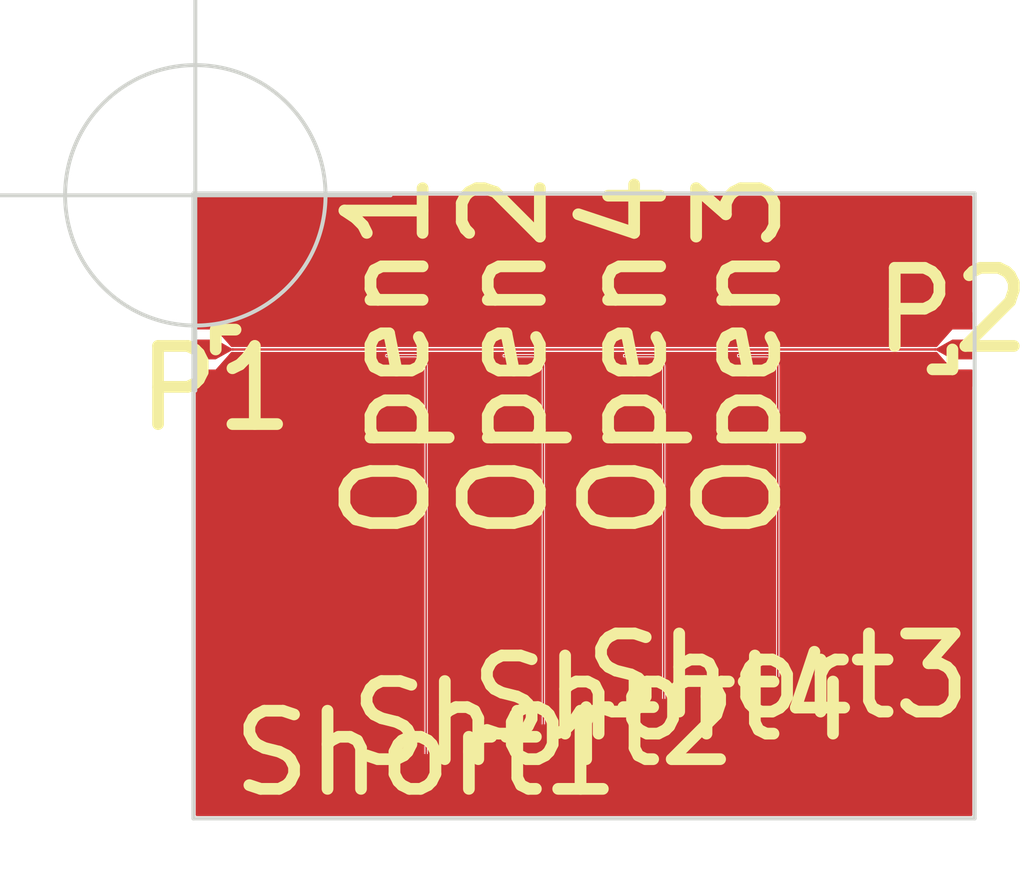
<source format=kicad_pcb>
(kicad_pcb (version 20171130) (host pcbnew 5.1.5-52549c5~84~ubuntu18.04.1)

  (general
    (thickness 0.5)
    (drawings 5)
    (tracks 123)
    (zones 0)
    (modules 10)
    (nets 7)
  )

  (page A4)
  (layers
    (0 F.Cu signal)
    (31 B.Cu power)
    (32 B.Adhes user)
    (33 F.Adhes user hide)
    (34 B.Paste user hide)
    (35 F.Paste user)
    (36 B.SilkS user hide)
    (37 F.SilkS user hide)
    (38 B.Mask user hide)
    (39 F.Mask user hide)
    (40 Dwgs.User user hide)
    (41 Cmts.User user)
    (42 Eco1.User user hide)
    (43 Eco2.User user)
    (44 Edge.Cuts user)
    (45 Margin user)
    (46 B.CrtYd user)
    (47 F.CrtYd user)
    (48 B.Fab user)
    (49 F.Fab user hide)
  )

  (setup
    (last_trace_width 0.001)
    (user_trace_width 0.005)
    (user_trace_width 0.01)
    (user_trace_width 0.02)
    (user_trace_width 0.03)
    (trace_clearance 0.001)
    (zone_clearance 0.005)
    (zone_45_only no)
    (trace_min 0.0001)
    (via_size 0.8)
    (via_drill 0.4)
    (via_min_size 0.4)
    (via_min_drill 0.3)
    (uvia_size 0.3)
    (uvia_drill 0.1)
    (uvias_allowed no)
    (uvia_min_size 0.2)
    (uvia_min_drill 0.1)
    (edge_width 0.05)
    (segment_width 0.2)
    (pcb_text_width 0.3)
    (pcb_text_size 1.5 1.5)
    (mod_edge_width 0.12)
    (mod_text_size 1 1)
    (mod_text_width 0.15)
    (pad_size 0.03 0.03)
    (pad_drill 0)
    (pad_to_mask_clearance 0.00001)
    (solder_mask_min_width 0.00025)
    (aux_axis_origin 0 0)
    (grid_origin 148.025 104.025)
    (visible_elements FFFFFF7F)
    (pcbplotparams
      (layerselection 0x01000_ffffffff)
      (usegerberextensions false)
      (usegerberattributes false)
      (usegerberadvancedattributes false)
      (creategerberjobfile false)
      (excludeedgelayer true)
      (linewidth 0.100000)
      (plotframeref false)
      (viasonmask false)
      (mode 1)
      (useauxorigin false)
      (hpglpennumber 1)
      (hpglpenspeed 20)
      (hpglpendiameter 15.000000)
      (psnegative false)
      (psa4output false)
      (plotreference true)
      (plotvalue true)
      (plotinvisibletext false)
      (padsonsilk false)
      (subtractmaskfromsilk false)
      (outputformat 1)
      (mirror false)
      (drillshape 0)
      (scaleselection 1)
      (outputdirectory "GERBERS_Resonator_Coupler/"))
  )

  (net 0 "")
  (net 1 GND)
  (net 2 "Net-(Open1-Pad1)")
  (net 3 "Net-(P1-Pad2)")
  (net 4 "Net-(Open2-Pad1)")
  (net 5 "Net-(Open3-Pad1)")
  (net 6 "Net-(Open4-Pad1)")

  (net_class Default "This is the default net class."
    (clearance 0.001)
    (trace_width 0.001)
    (via_dia 0.8)
    (via_drill 0.4)
    (uvia_dia 0.3)
    (uvia_drill 0.1)
    (add_net GND)
  )

  (net_class Z0 ""
    (clearance 0.017)
    (trace_width 0.03)
    (via_dia 0.8)
    (via_drill 0.4)
    (uvia_dia 0.3)
    (uvia_drill 0.1)
    (add_net "Net-(P1-Pad2)")
  )

  (net_class Zr ""
    (clearance 0.011)
    (trace_width 0.02)
    (via_dia 0.8)
    (via_drill 0.4)
    (uvia_dia 0.3)
    (uvia_drill 0.1)
    (add_net "Net-(Open1-Pad1)")
    (add_net "Net-(Open2-Pad1)")
    (add_net "Net-(Open3-Pad1)")
    (add_net "Net-(Open4-Pad1)")
  )

  (module Battery:Short_CPW_20um (layer F.Cu) (tedit 5E98CF63) (tstamp 5E9B3B4F)
    (at 154.02 110.46)
    (path /5E9A66A3)
    (fp_text reference Short4 (at 0 0) (layer F.SilkS)
      (effects (font (size 1 1) (thickness 0.15)))
    )
    (fp_text value ShortCPW20 (at 0 -0.5) (layer F.Fab)
      (effects (font (size 1 1) (thickness 0.15)))
    )
    (pad 2 smd rect (at 0 0.03) (size 0.042 0.042) (layers F.Cu F.Paste F.Mask)
      (net 1 GND))
    (pad 1 smd rect (at 0 0) (size 0.02 0.02) (layers F.Cu F.Paste F.Mask)
      (net 6 "Net-(Open4-Pad1)"))
  )

  (module Battery:Short_CPW_20um (layer F.Cu) (tedit 5E98CF63) (tstamp 5E9B3C6C)
    (at 155.48 110.178)
    (path /5E9A73A0)
    (fp_text reference Short3 (at 0 0) (layer F.SilkS)
      (effects (font (size 1 1) (thickness 0.15)))
    )
    (fp_text value ShortCPW20 (at 0 -0.5) (layer F.Fab)
      (effects (font (size 1 1) (thickness 0.15)))
    )
    (pad 2 smd rect (at 0 0.03) (size 0.042 0.042) (layers F.Cu F.Paste F.Mask)
      (net 1 GND))
    (pad 1 smd rect (at 0 0) (size 0.02 0.02) (layers F.Cu F.Paste F.Mask)
      (net 5 "Net-(Open3-Pad1)"))
  )

  (module Battery:Short_CPW_20um (layer F.Cu) (tedit 5E98CF63) (tstamp 5E9B3C7B)
    (at 152.48 110.787)
    (path /5E9A7972)
    (fp_text reference Short2 (at 0 0) (layer F.SilkS)
      (effects (font (size 1 1) (thickness 0.15)))
    )
    (fp_text value ShortCPW20 (at 0 -0.5) (layer F.Fab)
      (effects (font (size 1 1) (thickness 0.15)))
    )
    (pad 2 smd rect (at 0 0.03) (size 0.042 0.042) (layers F.Cu F.Paste F.Mask)
      (net 1 GND))
    (pad 1 smd rect (at 0 0) (size 0.02 0.02) (layers F.Cu F.Paste F.Mask)
      (net 4 "Net-(Open2-Pad1)"))
  )

  (module Battery:Open_CPW_20um (layer F.Cu) (tedit 5E98CF95) (tstamp 5E9A32E3)
    (at 153.52 106.077 270)
    (path /5E9A66B0)
    (fp_text reference Open4 (at 0 0 90) (layer F.SilkS)
      (effects (font (size 1 1) (thickness 0.15)))
    )
    (fp_text value OpenCPW_20um (at 0 -0.5 90) (layer F.Fab)
      (effects (font (size 1 1) (thickness 0.15)))
    )
    (pad 2 smd rect (at 0 0.04 270) (size 0.02 0.02) (layers F.Cu F.Paste F.Mask)
      (net 1 GND))
    (pad 1 smd rect (at 0 0 270) (size 0.02 0.02) (layers F.Cu F.Paste F.Mask)
      (net 6 "Net-(Open4-Pad1)"))
  )

  (module Battery:Open_CPW_20um (layer F.Cu) (tedit 5E98CF95) (tstamp 5E9902DF)
    (at 154.98 106.077 270)
    (path /5E9A73AD)
    (fp_text reference Open3 (at 0 0 90) (layer F.SilkS)
      (effects (font (size 1 1) (thickness 0.15)))
    )
    (fp_text value OpenCPW_20um (at 0 -0.5 90) (layer F.Fab)
      (effects (font (size 1 1) (thickness 0.15)))
    )
    (pad 2 smd rect (at 0 0.04 270) (size 0.02 0.02) (layers F.Cu F.Paste F.Mask)
      (net 1 GND))
    (pad 1 smd rect (at 0 0 270) (size 0.02 0.02) (layers F.Cu F.Paste F.Mask)
      (net 5 "Net-(Open3-Pad1)"))
  )

  (module Battery:Open_CPW_20um (layer F.Cu) (tedit 5E98CF95) (tstamp 5E9902D0)
    (at 151.98 106.077 270)
    (path /5E9A797F)
    (zone_connect 2)
    (fp_text reference Open2 (at 0 0 90) (layer F.SilkS)
      (effects (font (size 1 1) (thickness 0.15)))
    )
    (fp_text value OpenCPW_20um (at 0 -0.5 90) (layer F.Fab)
      (effects (font (size 1 1) (thickness 0.15)))
    )
    (pad 2 smd rect (at 0 0.04 270) (size 0.02 0.02) (layers F.Cu F.Paste F.Mask)
      (net 1 GND) (zone_connect 2))
    (pad 1 smd rect (at 0 0 270) (size 0.02 0.02) (layers F.Cu F.Paste F.Mask)
      (net 4 "Net-(Open2-Pad1)") (zone_connect 2))
  )

  (module Battery:Pad_100um_Pitch_Silicon_50 (layer F.Cu) (tedit 5E98E30B) (tstamp 5E98D7A3)
    (at 148.286 105.998)
    (path /5E98FFEA)
    (clearance 0.0001)
    (fp_text reference P1 (at 0 0.5) (layer F.SilkS)
      (effects (font (size 1 1) (thickness 0.15)))
    )
    (fp_text value Pad_CPW_254u_50 (at 0 -0.5) (layer F.Fab)
      (effects (font (size 1 1) (thickness 0.15)))
    )
    (fp_line (start 0 -0.254) (end 0.254 -0.254) (layer F.SilkS) (width 0.15))
    (fp_line (start 0 0) (end 0 -0.254) (layer F.SilkS) (width 0.15))
    (pad 3 smd custom (at 0 -0.384) (size 0.03 0.03) (layers F.Cu F.Paste F.Mask)
      (net 1 GND) (clearance 0.001) (zone_connect 2)
      (options (clearance outline) (anchor rect))
      (primitives
        (gr_poly (pts
           (xy -0.254 0.127) (xy 0 0.127) (xy 0.2 0.352) (xy 0.23 0.352) (xy 0.23 -0.092)
           (xy -0.254 -0.092)) (width 0))
      ))
    (pad 2 smd rect (at 0.215 0) (size 0.03 0.03) (layers F.Cu)
      (net 3 "Net-(P1-Pad2)") (clearance 0.001) (zone_connect 0))
    (pad 4 smd custom (at 0 0.384) (size 0.03 0.03) (layers F.Cu F.Paste F.Mask)
      (net 1 GND) (zone_connect 2)
      (options (clearance outline) (anchor rect))
      (primitives
        (gr_poly (pts
           (xy -0.254 -0.127) (xy 0 -0.127) (xy 0.2 -0.352) (xy 0.23 -0.352) (xy 0.23 0.092)
           (xy -0.254 0.092)) (width 0))
      ))
    (pad 1 smd custom (at 0 0) (size 0.03 0.03) (layers F.Cu)
      (zone_connect 0)
      (options (clearance outline) (anchor rect))
      (primitives
        (gr_poly (pts
           (xy -0.254 0.127) (xy 0 0.127) (xy 0.2 0.015) (xy 0.2 -0.015) (xy 0 -0.127)
           (xy -0.254 -0.127)) (width 0))
      ))
  )

  (module Battery:Short_CPW_20um (layer F.Cu) (tedit 5E98CF63) (tstamp 5E98D616)
    (at 150.979 111.167)
    (path /5E999492)
    (fp_text reference Short1 (at 0 0) (layer F.SilkS)
      (effects (font (size 1 1) (thickness 0.15)))
    )
    (fp_text value ShortCPW20 (at 0 -0.5) (layer F.Fab)
      (effects (font (size 1 1) (thickness 0.15)))
    )
    (pad 2 smd rect (at 0 0.03) (size 0.042 0.042) (layers F.Cu F.Paste F.Mask)
      (net 1 GND))
    (pad 1 smd rect (at 0 0) (size 0.02 0.02) (layers F.Cu F.Paste F.Mask)
      (net 2 "Net-(Open1-Pad1)"))
  )

  (module Battery:Pad_100um_Pitch_Silicon_50 (layer F.Cu) (tedit 5E98DF97) (tstamp 5E9B3FD6)
    (at 157.715 105.998 180)
    (path /5E991218)
    (clearance 0.001)
    (zone_connect 2)
    (fp_text reference P2 (at 0 0.5) (layer F.SilkS)
      (effects (font (size 1 1) (thickness 0.15)))
    )
    (fp_text value Pad_CPW_254u_50 (at 0 -0.5) (layer F.Fab)
      (effects (font (size 1 1) (thickness 0.15)))
    )
    (fp_line (start 0 -0.254) (end 0.254 -0.254) (layer F.SilkS) (width 0.15))
    (fp_line (start 0 0) (end 0 -0.254) (layer F.SilkS) (width 0.15))
    (pad 4 smd custom (at 0 -0.384 180) (size 0.03 0.03) (layers *.Mask F.Cu F.Paste)
      (net 1 GND) (zone_connect 2)
      (options (clearance outline) (anchor rect))
      (primitives
        (gr_poly (pts
           (xy -0.254 0.127) (xy 0 0.127) (xy 0.2 0.352) (xy 0.23 0.352) (xy 0.23 -0.092)
           (xy -0.254 -0.092)) (width 0))
      ))
    (pad 2 smd rect (at 0.215 0 180) (size 0.03 0.03) (layers F.Cu F.Paste F.Mask)
      (net 3 "Net-(P1-Pad2)") (zone_connect 0))
    (pad 3 smd custom (at 0 0.384 180) (size 0.03 0.03) (layers F.Cu F.Paste F.Mask)
      (net 1 GND) (zone_connect 2)
      (options (clearance convexhull) (anchor rect))
      (primitives
        (gr_poly (pts
           (xy -0.254 -0.127) (xy 0 -0.127) (xy 0.2 -0.352) (xy 0.23 -0.352) (xy 0.23 0.092)
           (xy -0.254 0.092)) (width 0))
      ))
    (pad 1 smd custom (at 0 0 180) (size 0.03 0.03) (layers F.Cu F.Paste F.Mask)
      (zone_connect 0)
      (options (clearance outline) (anchor rect))
      (primitives
        (gr_poly (pts
           (xy -0.254 0.127) (xy 0 0.127) (xy 0.2 0.015) (xy 0.2 -0.015) (xy 0 -0.127)
           (xy -0.254 -0.127)) (width 0))
      ))
  )

  (module Battery:Open_CPW_20um (layer F.Cu) (tedit 5E98CF95) (tstamp 5E9B3B04)
    (at 150.479 106.077 270)
    (path /5E99A731)
    (fp_text reference Open1 (at 0 0 90) (layer F.SilkS)
      (effects (font (size 1 1) (thickness 0.15)))
    )
    (fp_text value OpenCPW_20um (at 0 -0.5 90) (layer F.Fab)
      (effects (font (size 1 1) (thickness 0.15)))
    )
    (pad 2 smd rect (at 0 0.04 270) (size 0.02 0.02) (layers F.Cu F.Paste F.Mask)
      (net 1 GND))
    (pad 1 smd rect (at 0 0 270) (size 0.02 0.02) (layers F.Cu F.Paste F.Mask)
      (net 2 "Net-(Open1-Pad1)"))
  )

  (target plus (at 148.025 104.025) (size 5) (width 0.05) (layer Edge.Cuts))
  (gr_line (start 158 104) (end 158 112) (layer Edge.Cuts) (width 0.05))
  (gr_line (start 148 112) (end 148 104) (layer Edge.Cuts) (width 0.05) (tstamp 5E98E591))
  (gr_line (start 158 112) (end 148 112) (layer Edge.Cuts) (width 0.05))
  (gr_line (start 148 104) (end 158 104) (layer Edge.Cuts) (width 0.05))

  (segment (start 148.282 105.998) (end 148.282 106.002) (width 0.03) (layer F.Cu) (net 0))
  (segment (start 150.829 106.077) (end 150.479 106.077) (width 0.02) (layer F.Cu) (net 2) (tstamp 5E9B3B7E))
  (segment (start 150.829 106.077) (end 150.83636 106.07718) (width 0.02) (layer F.Cu) (net 2) (tstamp 5E9B3B7B))
  (segment (start 150.83636 106.07718) (end 150.843702 106.077722) (width 0.02) (layer F.Cu) (net 2) (tstamp 5E9B3BB1))
  (segment (start 150.843702 106.077722) (end 150.851009 106.078623) (width 0.02) (layer F.Cu) (net 2) (tstamp 5E9B3BAE))
  (segment (start 150.851009 106.078623) (end 150.858263 106.079882) (width 0.02) (layer F.Cu) (net 2) (tstamp 5E9B3BAB))
  (segment (start 150.858263 106.079882) (end 150.865447 106.081495) (width 0.02) (layer F.Cu) (net 2) (tstamp 5E9B3B18))
  (segment (start 150.865447 106.081495) (end 150.872542 106.083458) (width 0.02) (layer F.Cu) (net 2) (tstamp 5E9B3B15))
  (segment (start 150.872542 106.083458) (end 150.879533 106.085768) (width 0.02) (layer F.Cu) (net 2) (tstamp 5E9B3B12))
  (segment (start 150.879533 106.085768) (end 150.886402 106.088418) (width 0.02) (layer F.Cu) (net 2) (tstamp 5E9B3C86))
  (segment (start 150.886402 106.088418) (end 150.893133 106.091401) (width 0.02) (layer F.Cu) (net 2) (tstamp 5E9B3C41))
  (segment (start 150.893133 106.091401) (end 150.899709 106.094711) (width 0.02) (layer F.Cu) (net 2) (tstamp 5E9B3C3E))
  (segment (start 150.899709 106.094711) (end 150.906115 106.09834) (width 0.02) (layer F.Cu) (net 2) (tstamp 5E9B3C3B))
  (segment (start 150.906115 106.09834) (end 150.912335 106.102279) (width 0.02) (layer F.Cu) (net 2) (tstamp 5E9B3B0F))
  (segment (start 150.912335 106.102279) (end 150.918354 106.106518) (width 0.02) (layer F.Cu) (net 2) (tstamp 5E9B3C59))
  (segment (start 150.918354 106.106518) (end 150.924158 106.111048) (width 0.02) (layer F.Cu) (net 2) (tstamp 5E9B3C56))
  (segment (start 150.924158 106.111048) (end 150.929733 106.115857) (width 0.02) (layer F.Cu) (net 2) (tstamp 5E9B3C53))
  (segment (start 150.929733 106.115857) (end 150.935066 106.120933) (width 0.02) (layer F.Cu) (net 2) (tstamp 5E9B3AFD))
  (segment (start 150.935066 106.120933) (end 150.940142 106.126266) (width 0.02) (layer F.Cu) (net 2) (tstamp 5E9B3AFA))
  (segment (start 150.940142 106.126266) (end 150.944951 106.131841) (width 0.02) (layer F.Cu) (net 2) (tstamp 5E9B3AF7))
  (segment (start 150.944951 106.131841) (end 150.949481 106.137645) (width 0.02) (layer F.Cu) (net 2) (tstamp 5E9B3AF4))
  (segment (start 150.949481 106.137645) (end 150.95372 106.143664) (width 0.02) (layer F.Cu) (net 2) (tstamp 5E9B3C05))
  (segment (start 150.95372 106.143664) (end 150.957659 106.149884) (width 0.02) (layer F.Cu) (net 2) (tstamp 5E9B3C02))
  (segment (start 150.957659 106.149884) (end 150.961288 106.15629) (width 0.02) (layer F.Cu) (net 2) (tstamp 5E9B3BFF))
  (segment (start 150.961288 106.15629) (end 150.964598 106.162866) (width 0.02) (layer F.Cu) (net 2) (tstamp 5E9B3BFC))
  (segment (start 150.964598 106.162866) (end 150.967581 106.169597) (width 0.02) (layer F.Cu) (net 2) (tstamp 5E9B3B66))
  (segment (start 150.967581 106.169597) (end 150.970231 106.176466) (width 0.02) (layer F.Cu) (net 2) (tstamp 5E9B3B63))
  (segment (start 150.970231 106.176466) (end 150.972541 106.183457) (width 0.02) (layer F.Cu) (net 2) (tstamp 5E9B3B60))
  (segment (start 150.972541 106.183457) (end 150.974504 106.190552) (width 0.02) (layer F.Cu) (net 2) (tstamp 5E9B3B5D))
  (segment (start 150.974504 106.190552) (end 150.976117 106.197736) (width 0.02) (layer F.Cu) (net 2) (tstamp 5E9B3B78))
  (segment (start 150.976117 106.197736) (end 150.977376 106.20499) (width 0.02) (layer F.Cu) (net 2) (tstamp 5E9B3B75))
  (segment (start 150.977376 106.20499) (end 150.978277 106.212297) (width 0.02) (layer F.Cu) (net 2) (tstamp 5E9B3B72))
  (segment (start 150.978277 106.212297) (end 150.978819 106.219639) (width 0.02) (layer F.Cu) (net 2) (tstamp 5E9B3B6F))
  (segment (start 150.978819 106.219639) (end 150.979 106.227) (width 0.02) (layer F.Cu) (net 2) (tstamp 5E9B3BC3))
  (segment (start 150.979 106.227) (end 150.979 111.167) (width 0.02) (layer F.Cu) (net 2) (tstamp 5E9B3BC0))
  (segment (start 157.503 105.998) (end 157.504 105.997) (width 0.01) (layer F.Cu) (net 3))
  (segment (start 148.497 105.998) (end 157.503 105.998) (width 0.03) (layer F.Cu) (net 3))
  (segment (start 152.33 106.077) (end 151.98 106.077) (width 0.02) (layer F.Cu) (net 4) (tstamp 5E9B3BC9))
  (segment (start 152.33 106.077) (end 152.33736 106.07718) (width 0.02) (layer F.Cu) (net 4) (tstamp 5E9B3BC6))
  (segment (start 152.33736 106.07718) (end 152.344702 106.077722) (width 0.02) (layer F.Cu) (net 4) (tstamp 5E9B3AF1))
  (segment (start 152.344702 106.077722) (end 152.352009 106.078623) (width 0.02) (layer F.Cu) (net 4) (tstamp 5E9B3B5A))
  (segment (start 152.352009 106.078623) (end 152.359263 106.079882) (width 0.02) (layer F.Cu) (net 4) (tstamp 5E9B3B24))
  (segment (start 152.359263 106.079882) (end 152.366447 106.081495) (width 0.02) (layer F.Cu) (net 4) (tstamp 5E9B3B21))
  (segment (start 152.366447 106.081495) (end 152.373542 106.083458) (width 0.02) (layer F.Cu) (net 4) (tstamp 5E9B3B1E))
  (segment (start 152.373542 106.083458) (end 152.380533 106.085768) (width 0.02) (layer F.Cu) (net 4) (tstamp 5E9B3B1B))
  (segment (start 152.380533 106.085768) (end 152.387402 106.088418) (width 0.02) (layer F.Cu) (net 4) (tstamp 5E9B3BD5))
  (segment (start 152.387402 106.088418) (end 152.394133 106.091401) (width 0.02) (layer F.Cu) (net 4) (tstamp 5E9B3BD2))
  (segment (start 152.394133 106.091401) (end 152.400709 106.094711) (width 0.02) (layer F.Cu) (net 4) (tstamp 5E9B3BCF))
  (segment (start 152.400709 106.094711) (end 152.407115 106.09834) (width 0.02) (layer F.Cu) (net 4) (tstamp 5E9B3BCC))
  (segment (start 152.407115 106.09834) (end 152.413335 106.102279) (width 0.02) (layer F.Cu) (net 4) (tstamp 5E9B3C38))
  (segment (start 152.413335 106.102279) (end 152.419354 106.106518) (width 0.02) (layer F.Cu) (net 4) (tstamp 5E9B3C35))
  (segment (start 152.419354 106.106518) (end 152.425158 106.111048) (width 0.02) (layer F.Cu) (net 4) (tstamp 5E9B3C32))
  (segment (start 152.425158 106.111048) (end 152.430733 106.115857) (width 0.02) (layer F.Cu) (net 4) (tstamp 5E9B3C2F))
  (segment (start 152.430733 106.115857) (end 152.436066 106.120933) (width 0.02) (layer F.Cu) (net 4) (tstamp 5E9B3C11))
  (segment (start 152.436066 106.120933) (end 152.441142 106.126266) (width 0.02) (layer F.Cu) (net 4) (tstamp 5E9B3C0E))
  (segment (start 152.441142 106.126266) (end 152.445951 106.131841) (width 0.02) (layer F.Cu) (net 4) (tstamp 5E9B3C0B))
  (segment (start 152.445951 106.131841) (end 152.450481 106.137645) (width 0.02) (layer F.Cu) (net 4) (tstamp 5E9B3C08))
  (segment (start 152.450481 106.137645) (end 152.45472 106.143664) (width 0.02) (layer F.Cu) (net 4) (tstamp 5E9B3C62))
  (segment (start 152.45472 106.143664) (end 152.458659 106.149884) (width 0.02) (layer F.Cu) (net 4) (tstamp 5E9B3C5F))
  (segment (start 152.458659 106.149884) (end 152.462288 106.15629) (width 0.02) (layer F.Cu) (net 4) (tstamp 5E9B3C5C))
  (segment (start 152.462288 106.15629) (end 152.465598 106.162866) (width 0.02) (layer F.Cu) (net 4) (tstamp 5E9B3C4D))
  (segment (start 152.465598 106.162866) (end 152.468581 106.169597) (width 0.02) (layer F.Cu) (net 4) (tstamp 5E9B3C4A))
  (segment (start 152.468581 106.169597) (end 152.471231 106.176466) (width 0.02) (layer F.Cu) (net 4) (tstamp 5E9B3C47))
  (segment (start 152.471231 106.176466) (end 152.473541 106.183457) (width 0.02) (layer F.Cu) (net 4) (tstamp 5E9B3C44))
  (segment (start 152.473541 106.183457) (end 152.475504 106.190552) (width 0.02) (layer F.Cu) (net 4) (tstamp 5E9B3C29))
  (segment (start 152.475504 106.190552) (end 152.477117 106.197736) (width 0.02) (layer F.Cu) (net 4) (tstamp 5E9B3C26))
  (segment (start 152.477117 106.197736) (end 152.478376 106.20499) (width 0.02) (layer F.Cu) (net 4) (tstamp 5E9B3C23))
  (segment (start 152.478376 106.20499) (end 152.479277 106.212297) (width 0.02) (layer F.Cu) (net 4) (tstamp 5E9B3C20))
  (segment (start 152.479277 106.212297) (end 152.479819 106.219639) (width 0.02) (layer F.Cu) (net 4) (tstamp 5E9B3BA8))
  (segment (start 152.479819 106.219639) (end 152.48 106.227) (width 0.02) (layer F.Cu) (net 4) (tstamp 5E9B3BA5))
  (segment (start 152.48 106.227) (end 152.48 110.787) (width 0.02) (layer F.Cu) (net 4) (tstamp 5E9B3BA2))
  (segment (start 155.33 106.077) (end 154.98 106.077) (width 0.02) (layer F.Cu) (net 5) (tstamp 5E9B3B9F))
  (segment (start 155.33 106.077) (end 155.33736 106.07718) (width 0.02) (layer F.Cu) (net 5) (tstamp 5E9B3BE1))
  (segment (start 155.33736 106.07718) (end 155.344702 106.077722) (width 0.02) (layer F.Cu) (net 5) (tstamp 5E9B3BDE))
  (segment (start 155.344702 106.077722) (end 155.352009 106.078623) (width 0.02) (layer F.Cu) (net 5) (tstamp 5E9B3BDB))
  (segment (start 155.352009 106.078623) (end 155.359263 106.079882) (width 0.02) (layer F.Cu) (net 5) (tstamp 5E9B3BD8))
  (segment (start 155.359263 106.079882) (end 155.366447 106.081495) (width 0.02) (layer F.Cu) (net 5) (tstamp 5E9B3C1D))
  (segment (start 155.366447 106.081495) (end 155.373542 106.083458) (width 0.02) (layer F.Cu) (net 5) (tstamp 5E9B3C1A))
  (segment (start 155.373542 106.083458) (end 155.380533 106.085768) (width 0.02) (layer F.Cu) (net 5) (tstamp 5E9B3C17))
  (segment (start 155.380533 106.085768) (end 155.387402 106.088418) (width 0.02) (layer F.Cu) (net 5) (tstamp 5E9B3C14))
  (segment (start 155.387402 106.088418) (end 155.394133 106.091401) (width 0.02) (layer F.Cu) (net 5) (tstamp 5E9B3BBD))
  (segment (start 155.394133 106.091401) (end 155.400709 106.094711) (width 0.02) (layer F.Cu) (net 5) (tstamp 5E9B3BBA))
  (segment (start 155.400709 106.094711) (end 155.407115 106.09834) (width 0.02) (layer F.Cu) (net 5) (tstamp 5E9B3BB7))
  (segment (start 155.407115 106.09834) (end 155.413335 106.102279) (width 0.02) (layer F.Cu) (net 5) (tstamp 5E9B3BB4))
  (segment (start 155.413335 106.102279) (end 155.419354 106.106518) (width 0.02) (layer F.Cu) (net 5) (tstamp 5E9B3B30))
  (segment (start 155.419354 106.106518) (end 155.425158 106.111048) (width 0.02) (layer F.Cu) (net 5) (tstamp 5E9B3B2D))
  (segment (start 155.425158 106.111048) (end 155.430733 106.115857) (width 0.02) (layer F.Cu) (net 5) (tstamp 5E9B3B2A))
  (segment (start 155.430733 106.115857) (end 155.436066 106.120933) (width 0.02) (layer F.Cu) (net 5) (tstamp 5E9B3B6C))
  (segment (start 155.436066 106.120933) (end 155.441142 106.126266) (width 0.02) (layer F.Cu) (net 5) (tstamp 5E9B3B27))
  (segment (start 155.441142 106.126266) (end 155.445951 106.131841) (width 0.02) (layer F.Cu) (net 5) (tstamp 5E9B3B48))
  (segment (start 155.445951 106.131841) (end 155.450481 106.137645) (width 0.02) (layer F.Cu) (net 5) (tstamp 5E9B3B45))
  (segment (start 155.450481 106.137645) (end 155.45472 106.143664) (width 0.02) (layer F.Cu) (net 5) (tstamp 5E9B3B42))
  (segment (start 155.45472 106.143664) (end 155.458659 106.149884) (width 0.02) (layer F.Cu) (net 5) (tstamp 5E9B3B3F))
  (segment (start 155.458659 106.149884) (end 155.462288 106.15629) (width 0.02) (layer F.Cu) (net 5) (tstamp 5E9B3BF0))
  (segment (start 155.462288 106.15629) (end 155.465598 106.162866) (width 0.02) (layer F.Cu) (net 5) (tstamp 5E9B3BED))
  (segment (start 155.465598 106.162866) (end 155.468581 106.169597) (width 0.02) (layer F.Cu) (net 5) (tstamp 5E9B3BEA))
  (segment (start 155.468581 106.169597) (end 155.471231 106.176466) (width 0.02) (layer F.Cu) (net 5) (tstamp 5E9B3BE7))
  (segment (start 155.471231 106.176466) (end 155.473541 106.183457) (width 0.02) (layer F.Cu) (net 5) (tstamp 5E9B3BE4))
  (segment (start 155.473541 106.183457) (end 155.475504 106.190552) (width 0.02) (layer F.Cu) (net 5) (tstamp 5E9B3B3C))
  (segment (start 155.475504 106.190552) (end 155.477117 106.197736) (width 0.02) (layer F.Cu) (net 5) (tstamp 5E9B3B39))
  (segment (start 155.477117 106.197736) (end 155.478376 106.20499) (width 0.02) (layer F.Cu) (net 5) (tstamp 5E9B3B36))
  (segment (start 155.478376 106.20499) (end 155.479277 106.212297) (width 0.02) (layer F.Cu) (net 5) (tstamp 5E9B3B33))
  (segment (start 155.479277 106.212297) (end 155.479819 106.219639) (width 0.02) (layer F.Cu) (net 5) (tstamp 5E9B3B90))
  (segment (start 155.479819 106.219639) (end 155.48 106.227) (width 0.02) (layer F.Cu) (net 5) (tstamp 5E9B3B8D))
  (segment (start 155.48 106.227) (end 155.48 110.177) (width 0.02) (layer F.Cu) (net 5) (tstamp 5E9B3B8A))
  (segment (start 153.87 106.077) (end 153.52 106.077) (width 0.02) (layer F.Cu) (net 6) (tstamp 5E9B3C65))
  (segment (start 153.87 106.077) (end 153.884702 106.077722) (width 0.02) (layer F.Cu) (net 6) (tstamp 5E9B3C2C))
  (segment (start 153.884702 106.077722) (end 153.899263 106.079882) (width 0.02) (layer F.Cu) (net 6) (tstamp 5E9B3C50))
  (segment (start 153.899263 106.079882) (end 153.913542 106.083458) (width 0.02) (layer F.Cu) (net 6) (tstamp 5E9B3B69))
  (segment (start 153.913542 106.083458) (end 153.927402 106.088418) (width 0.02) (layer F.Cu) (net 6) (tstamp 5E9B3B87))
  (segment (start 153.927402 106.088418) (end 153.940709 106.094711) (width 0.02) (layer F.Cu) (net 6) (tstamp 5E9B3BF9))
  (segment (start 153.940709 106.094711) (end 153.953335 106.102279) (width 0.02) (layer F.Cu) (net 6) (tstamp 5E9B3BF6))
  (segment (start 153.953335 106.102279) (end 153.965158 106.111048) (width 0.02) (layer F.Cu) (net 6) (tstamp 5E9B3BF3))
  (segment (start 153.965158 106.111048) (end 153.976066 106.120933) (width 0.02) (layer F.Cu) (net 6) (tstamp 5E9B3B9C))
  (segment (start 153.976066 106.120933) (end 153.985951 106.131841) (width 0.02) (layer F.Cu) (net 6) (tstamp 5E9B3B99))
  (segment (start 153.985951 106.131841) (end 153.99472 106.143664) (width 0.02) (layer F.Cu) (net 6) (tstamp 5E9B3B96))
  (segment (start 153.99472 106.143664) (end 154.002288 106.15629) (width 0.02) (layer F.Cu) (net 6) (tstamp 5E9B3B93))
  (segment (start 154.002288 106.15629) (end 154.008581 106.169597) (width 0.02) (layer F.Cu) (net 6) (tstamp 5E9B3C92))
  (segment (start 154.008581 106.169597) (end 154.013541 106.183457) (width 0.02) (layer F.Cu) (net 6) (tstamp 5E9B3C8F))
  (segment (start 154.013541 106.183457) (end 154.017117 106.197736) (width 0.02) (layer F.Cu) (net 6) (tstamp 5E9B3C8C))
  (segment (start 154.017117 106.197736) (end 154.019277 106.212297) (width 0.02) (layer F.Cu) (net 6) (tstamp 5E9B3C89))
  (segment (start 154.019277 106.212297) (end 154.02 106.227) (width 0.02) (layer F.Cu) (net 6) (tstamp 5E9B3B84))
  (segment (start 154.02 106.227) (end 154.02 110.457) (width 0.02) (layer F.Cu) (net 6) (tstamp 5E9B3B81))

  (zone (net 1) (net_name GND) (layer F.Cu) (tstamp 5E9B5954) (hatch edge 0.508)
    (connect_pads yes (clearance 0.005))
    (min_thickness 0.0254)
    (fill yes (arc_segments 32) (thermal_gap 0.0001) (thermal_bridge_width 0.051))
    (polygon
      (pts
        (xy 158.637 105.742) (xy 157.716 105.741) (xy 157.516 105.966) (xy 157.516 106.03) (xy 157.716 106.254)
        (xy 158.636 106.254) (xy 158.633 112.899) (xy 147.582 112.899) (xy 147.58572 109.5695) (xy 147.59 106.256)
        (xy 148.287 106.256) (xy 148.486 106.03) (xy 148.486 105.967) (xy 148.285 105.741) (xy 147.59 105.74)
        (xy 147.582 103.632) (xy 158.633 103.632)
      )
    )
    (filled_polygon
      (pts
        (xy 157.706527 106.262458) (xy 157.708359 106.264144) (xy 157.710485 106.26544) (xy 157.712822 106.266296) (xy 157.716 106.2667)
        (xy 157.9573 106.2667) (xy 157.957301 111.9573) (xy 148.0427 111.9573) (xy 148.0427 106.2687) (xy 148.287 106.2687)
        (xy 148.289478 106.268456) (xy 148.29186 106.267733) (xy 148.294056 106.26656) (xy 148.296532 106.264393) (xy 148.461537 106.077)
        (xy 150.445137 106.077) (xy 150.445186 106.077497) (xy 150.445186 106.087) (xy 150.445644 106.091646) (xy 150.446999 106.096113)
        (xy 150.449199 106.10023) (xy 150.452161 106.103839) (xy 150.45577 106.106801) (xy 150.459887 106.109001) (xy 150.464354 106.110356)
        (xy 150.469 106.110814) (xy 150.489 106.110814) (xy 150.490156 106.1107) (xy 150.828607 106.1107) (xy 150.834713 106.110849)
        (xy 150.840395 106.111269) (xy 150.846074 106.11197) (xy 150.851683 106.112943) (xy 150.857264 106.114196) (xy 150.862748 106.115713)
        (xy 150.868171 106.117505) (xy 150.873511 106.119565) (xy 150.878708 106.121868) (xy 150.88382 106.124441) (xy 150.888783 106.127253)
        (xy 150.893606 106.130307) (xy 150.898278 106.133597) (xy 150.902775 106.137107) (xy 150.907092 106.140831) (xy 150.91124 106.14478)
        (xy 150.915158 106.148896) (xy 150.9189 106.153233) (xy 150.9224 106.157718) (xy 150.925689 106.162389) (xy 150.928746 106.167215)
        (xy 150.931559 106.172181) (xy 150.934125 106.177279) (xy 150.936435 106.18249) (xy 150.938493 106.187826) (xy 150.940284 106.193247)
        (xy 150.941804 106.198739) (xy 150.943056 106.204318) (xy 150.944029 106.209923) (xy 150.94473 106.215604) (xy 150.94515 106.221289)
        (xy 150.9453 106.227405) (xy 150.945301 111.155833) (xy 150.945186 111.157) (xy 150.945186 111.177) (xy 150.945644 111.181646)
        (xy 150.946999 111.186113) (xy 150.949199 111.19023) (xy 150.952161 111.193839) (xy 150.95577 111.196801) (xy 150.959887 111.199001)
        (xy 150.964354 111.200356) (xy 150.969 111.200814) (xy 150.978503 111.200814) (xy 150.979 111.200863) (xy 150.979497 111.200814)
        (xy 150.989 111.200814) (xy 150.993646 111.200356) (xy 150.998113 111.199001) (xy 151.00223 111.196801) (xy 151.005839 111.193839)
        (xy 151.008801 111.19023) (xy 151.011001 111.186113) (xy 151.012356 111.181646) (xy 151.012814 111.177) (xy 151.012814 111.157)
        (xy 151.0127 111.155844) (xy 151.0127 106.228231) (xy 151.01273 106.227824) (xy 151.0127 106.226603) (xy 151.0127 106.225346)
        (xy 151.012659 106.224929) (xy 151.012529 106.219632) (xy 151.012549 106.218807) (xy 151.012488 106.217986) (xy 151.012468 106.217158)
        (xy 151.012366 106.216336) (xy 151.011946 106.210648) (xy 151.011926 106.209814) (xy 151.011823 106.208978) (xy 151.011763 106.208167)
        (xy 151.011624 106.207368) (xy 151.010923 106.20168) (xy 151.010862 106.200856) (xy 151.010721 106.200044) (xy 151.01062 106.199225)
        (xy 151.010439 106.19842) (xy 151.009461 106.192787) (xy 151.00936 106.191967) (xy 151.009177 106.191153) (xy 151.009037 106.190344)
        (xy 151.008818 106.189553) (xy 151.007563 106.183961) (xy 151.007424 106.183161) (xy 151.007208 106.18238) (xy 151.007023 106.181556)
        (xy 151.006759 106.180755) (xy 151.005241 106.17527) (xy 151.005058 106.174455) (xy 151.004795 106.173659) (xy 151.004579 106.172877)
        (xy 151.004283 106.172111) (xy 151.002488 106.166677) (xy 151.002267 106.165879) (xy 151.001968 106.165105) (xy 151.00171 106.164323)
        (xy 151.001377 106.163572) (xy 150.999315 106.158227) (xy 150.99906 106.157455) (xy 150.99873 106.15671) (xy 150.998427 106.155925)
        (xy 150.998051 106.155179) (xy 150.995743 106.14997) (xy 150.995443 106.149192) (xy 150.995068 106.148447) (xy 150.994737 106.1477)
        (xy 150.994334 106.146988) (xy 150.991758 106.14187) (xy 150.991425 106.141119) (xy 150.99102 106.140405) (xy 150.990646 106.139661)
        (xy 150.990201 106.138959) (xy 150.987386 106.133989) (xy 150.987014 106.133251) (xy 150.986569 106.132548) (xy 150.986165 106.131835)
        (xy 150.985691 106.131162) (xy 150.982633 106.126333) (xy 150.982225 106.125612) (xy 150.981747 106.124933) (xy 150.981306 106.124237)
        (xy 150.980799 106.123588) (xy 150.97751 106.118918) (xy 150.977065 106.118215) (xy 150.976552 106.117558) (xy 150.976081 106.116889)
        (xy 150.975546 106.116269) (xy 150.972025 106.111758) (xy 150.971549 106.111082) (xy 150.971006 106.110452) (xy 150.970499 106.109803)
        (xy 150.969933 106.109209) (xy 150.966201 106.104883) (xy 150.965693 106.104231) (xy 150.965118 106.103627) (xy 150.964579 106.103002)
        (xy 150.963986 106.102438) (xy 150.960032 106.098283) (xy 150.959498 106.097664) (xy 150.958913 106.097107) (xy 150.958336 106.096501)
        (xy 150.957696 106.095949) (xy 150.953572 106.092024) (xy 150.952997 106.09142) (xy 150.952361 106.090871) (xy 150.951768 106.090307)
        (xy 150.951126 106.089806) (xy 150.94679 106.086066) (xy 150.946196 106.0855) (xy 150.945548 106.084994) (xy 150.944917 106.08445)
        (xy 150.944238 106.083972) (xy 150.93974 106.080461) (xy 150.93911 106.079918) (xy 150.938429 106.079438) (xy 150.937784 106.078935)
        (xy 150.937095 106.078499) (xy 150.934967 106.077) (xy 151.946137 106.077) (xy 151.946186 106.077497) (xy 151.946186 106.087)
        (xy 151.946644 106.091646) (xy 151.947999 106.096113) (xy 151.950199 106.10023) (xy 151.953161 106.103839) (xy 151.95677 106.106801)
        (xy 151.960887 106.109001) (xy 151.965354 106.110356) (xy 151.97 106.110814) (xy 151.99 106.110814) (xy 151.991156 106.1107)
        (xy 152.329607 106.1107) (xy 152.335713 106.110849) (xy 152.341395 106.111269) (xy 152.347074 106.11197) (xy 152.352683 106.112943)
        (xy 152.358264 106.114196) (xy 152.363748 106.115713) (xy 152.369171 106.117505) (xy 152.374511 106.119565) (xy 152.379708 106.121868)
        (xy 152.38482 106.124441) (xy 152.389783 106.127253) (xy 152.394606 106.130307) (xy 152.399278 106.133597) (xy 152.403775 106.137107)
        (xy 152.408092 106.140831) (xy 152.41224 106.14478) (xy 152.416158 106.148896) (xy 152.4199 106.153233) (xy 152.4234 106.157718)
        (xy 152.426689 106.162389) (xy 152.429746 106.167215) (xy 152.432559 106.172181) (xy 152.435125 106.177279) (xy 152.437435 106.18249)
        (xy 152.439493 106.187826) (xy 152.441284 106.193247) (xy 152.442804 106.198739) (xy 152.444056 106.204318) (xy 152.445029 106.209923)
        (xy 152.44573 106.215604) (xy 152.44615 106.221289) (xy 152.4463 106.227405) (xy 152.446301 110.775833) (xy 152.446186 110.777)
        (xy 152.446186 110.797) (xy 152.446644 110.801646) (xy 152.447999 110.806113) (xy 152.450199 110.81023) (xy 152.453161 110.813839)
        (xy 152.45677 110.816801) (xy 152.460887 110.819001) (xy 152.465354 110.820356) (xy 152.47 110.820814) (xy 152.479503 110.820814)
        (xy 152.48 110.820863) (xy 152.480497 110.820814) (xy 152.49 110.820814) (xy 152.494646 110.820356) (xy 152.499113 110.819001)
        (xy 152.50323 110.816801) (xy 152.506839 110.813839) (xy 152.509801 110.81023) (xy 152.512001 110.806113) (xy 152.513356 110.801646)
        (xy 152.513814 110.797) (xy 152.513814 110.777) (xy 152.5137 110.775844) (xy 152.5137 106.228231) (xy 152.51373 106.227824)
        (xy 152.5137 106.226603) (xy 152.5137 106.225346) (xy 152.513659 106.224929) (xy 152.513529 106.219632) (xy 152.513549 106.218807)
        (xy 152.513488 106.217986) (xy 152.513468 106.217158) (xy 152.513366 106.216336) (xy 152.512946 106.210648) (xy 152.512926 106.209814)
        (xy 152.512823 106.208978) (xy 152.512763 106.208167) (xy 152.512624 106.207368) (xy 152.511923 106.20168) (xy 152.511862 106.200856)
        (xy 152.511721 106.200044) (xy 152.51162 106.199225) (xy 152.511439 106.19842) (xy 152.510461 106.192787) (xy 152.51036 106.191967)
        (xy 152.510177 106.191153) (xy 152.510037 106.190344) (xy 152.509818 106.189553) (xy 152.508563 106.183961) (xy 152.508424 106.183161)
        (xy 152.508208 106.18238) (xy 152.508023 106.181556) (xy 152.507759 106.180755) (xy 152.506241 106.17527) (xy 152.506058 106.174455)
        (xy 152.505795 106.173659) (xy 152.505579 106.172877) (xy 152.505283 106.172111) (xy 152.503488 106.166677) (xy 152.503267 106.165879)
        (xy 152.502968 106.165105) (xy 152.50271 106.164323) (xy 152.502377 106.163572) (xy 152.500315 106.158227) (xy 152.50006 106.157455)
        (xy 152.49973 106.15671) (xy 152.499427 106.155925) (xy 152.499051 106.155179) (xy 152.496743 106.14997) (xy 152.496443 106.149192)
        (xy 152.496068 106.148447) (xy 152.495737 106.1477) (xy 152.495334 106.146988) (xy 152.492758 106.14187) (xy 152.492425 106.141119)
        (xy 152.49202 106.140405) (xy 152.491646 106.139661) (xy 152.491201 106.138959) (xy 152.488386 106.133989) (xy 152.488014 106.133251)
        (xy 152.487569 106.132548) (xy 152.487165 106.131835) (xy 152.486691 106.131162) (xy 152.483633 106.126333) (xy 152.483225 106.125612)
        (xy 152.482747 106.124933) (xy 152.482306 106.124237) (xy 152.481799 106.123588) (xy 152.47851 106.118918) (xy 152.478065 106.118215)
        (xy 152.477552 106.117558) (xy 152.477081 106.116889) (xy 152.476546 106.116269) (xy 152.473025 106.111758) (xy 152.472549 106.111082)
        (xy 152.472006 106.110452) (xy 152.471499 106.109803) (xy 152.470933 106.109209) (xy 152.467201 106.104883) (xy 152.466693 106.104231)
        (xy 152.466118 106.103627) (xy 152.465579 106.103002) (xy 152.464986 106.102438) (xy 152.461032 106.098283) (xy 152.460498 106.097664)
        (xy 152.459913 106.097107) (xy 152.459336 106.096501) (xy 152.458696 106.095949) (xy 152.454572 106.092024) (xy 152.453997 106.09142)
        (xy 152.453361 106.090871) (xy 152.452768 106.090307) (xy 152.452126 106.089806) (xy 152.44779 106.086066) (xy 152.447196 106.0855)
        (xy 152.446548 106.084994) (xy 152.445917 106.08445) (xy 152.445238 106.083972) (xy 152.44074 106.080461) (xy 152.44011 106.079918)
        (xy 152.439429 106.079438) (xy 152.438784 106.078935) (xy 152.438095 106.078499) (xy 152.435967 106.077) (xy 153.486137 106.077)
        (xy 153.486186 106.077497) (xy 153.486186 106.087) (xy 153.486644 106.091646) (xy 153.487999 106.096113) (xy 153.490199 106.10023)
        (xy 153.493161 106.103839) (xy 153.49677 106.106801) (xy 153.500887 106.109001) (xy 153.505354 106.110356) (xy 153.51 106.110814)
        (xy 153.53 106.110814) (xy 153.531156 106.1107) (xy 153.869181 106.1107) (xy 153.881396 106.1113) (xy 153.89268 106.112974)
        (xy 153.903748 106.115746) (xy 153.914494 106.119591) (xy 153.924809 106.12447) (xy 153.934588 106.130332) (xy 153.943751 106.137127)
        (xy 153.952205 106.144788) (xy 153.959869 106.153244) (xy 153.966666 106.162409) (xy 153.972534 106.1722) (xy 153.977409 106.182506)
        (xy 153.981254 106.193252) (xy 153.984026 106.204321) (xy 153.985699 106.215602) (xy 153.9863 106.227824) (xy 153.986301 110.448833)
        (xy 153.986186 110.45) (xy 153.986186 110.47) (xy 153.986644 110.474646) (xy 153.987999 110.479113) (xy 153.990199 110.48323)
        (xy 153.993161 110.486839) (xy 153.99677 110.489801) (xy 154.000887 110.492001) (xy 154.005354 110.493356) (xy 154.01 110.493814)
        (xy 154.03 110.493814) (xy 154.034646 110.493356) (xy 154.039113 110.492001) (xy 154.04323 110.489801) (xy 154.046839 110.486839)
        (xy 154.049801 110.48323) (xy 154.052001 110.479113) (xy 154.053356 110.474646) (xy 154.053814 110.47) (xy 154.053814 110.45)
        (xy 154.0537 110.448844) (xy 154.0537 106.227812) (xy 154.05374 106.226997) (xy 154.0537 106.226183) (xy 154.0537 106.225346)
        (xy 154.053618 106.224513) (xy 154.052855 106.20899) (xy 154.052157 106.204289) (xy 154.050406 106.192486) (xy 154.050209 106.191153)
        (xy 154.045829 106.173666) (xy 154.045828 106.173664) (xy 154.045827 106.173659) (xy 154.039753 106.156685) (xy 154.039551 106.156258)
        (xy 154.034165 106.144869) (xy 154.032043 106.140383) (xy 154.022774 106.12492) (xy 154.022772 106.124917) (xy 154.012033 106.110437)
        (xy 154.009885 106.108068) (xy 153.999927 106.097078) (xy 153.99624 106.093736) (xy 153.996237 106.093734) (xy 153.986562 106.084966)
        (xy 153.985735 106.084353) (xy 153.975822 106.077) (xy 154.946137 106.077) (xy 154.946186 106.077497) (xy 154.946186 106.087)
        (xy 154.946644 106.091646) (xy 154.947999 106.096113) (xy 154.950199 106.10023) (xy 154.953161 106.103839) (xy 154.95677 106.106801)
        (xy 154.960887 106.109001) (xy 154.965354 106.110356) (xy 154.97 106.110814) (xy 154.99 106.110814) (xy 154.991156 106.1107)
        (xy 155.329607 106.1107) (xy 155.335713 106.110849) (xy 155.341395 106.111269) (xy 155.347074 106.11197) (xy 155.352683 106.112943)
        (xy 155.358264 106.114196) (xy 155.363748 106.115713) (xy 155.369171 106.117505) (xy 155.374511 106.119565) (xy 155.379708 106.121868)
        (xy 155.38482 106.124441) (xy 155.389783 106.127253) (xy 155.394606 106.130307) (xy 155.399278 106.133597) (xy 155.403775 106.137107)
        (xy 155.408092 106.140831) (xy 155.41224 106.14478) (xy 155.416158 106.148896) (xy 155.4199 106.153233) (xy 155.4234 106.157718)
        (xy 155.426689 106.162389) (xy 155.429746 106.167215) (xy 155.432559 106.172181) (xy 155.435125 106.177279) (xy 155.437435 106.18249)
        (xy 155.439493 106.187826) (xy 155.441284 106.193247) (xy 155.442804 106.198739) (xy 155.444056 106.204318) (xy 155.445029 106.209923)
        (xy 155.44573 106.215604) (xy 155.44615 106.221289) (xy 155.4463 106.227405) (xy 155.446301 110.166833) (xy 155.446186 110.168)
        (xy 155.446186 110.188) (xy 155.446644 110.192646) (xy 155.447999 110.197113) (xy 155.450199 110.20123) (xy 155.453161 110.204839)
        (xy 155.45677 110.207801) (xy 155.460887 110.210001) (xy 155.465354 110.211356) (xy 155.47 110.211814) (xy 155.49 110.211814)
        (xy 155.494646 110.211356) (xy 155.499113 110.210001) (xy 155.50323 110.207801) (xy 155.506839 110.204839) (xy 155.509801 110.20123)
        (xy 155.512001 110.197113) (xy 155.513356 110.192646) (xy 155.513814 110.188) (xy 155.513814 110.168) (xy 155.5137 110.166844)
        (xy 155.5137 106.228231) (xy 155.51373 106.227824) (xy 155.5137 106.226603) (xy 155.5137 106.225346) (xy 155.513659 106.224929)
        (xy 155.513529 106.219632) (xy 155.513549 106.218807) (xy 155.513488 106.217986) (xy 155.513468 106.217158) (xy 155.513366 106.216336)
        (xy 155.512946 106.210648) (xy 155.512926 106.209814) (xy 155.512823 106.208978) (xy 155.512763 106.208167) (xy 155.512624 106.207368)
        (xy 155.511923 106.20168) (xy 155.511862 106.200856) (xy 155.511721 106.200044) (xy 155.51162 106.199225) (xy 155.511439 106.19842)
        (xy 155.510461 106.192787) (xy 155.51036 106.191967) (xy 155.510177 106.191153) (xy 155.510037 106.190344) (xy 155.509818 106.189553)
        (xy 155.508563 106.183961) (xy 155.508424 106.183161) (xy 155.508208 106.18238) (xy 155.508023 106.181556) (xy 155.507759 106.180755)
        (xy 155.506241 106.17527) (xy 155.506058 106.174455) (xy 155.505795 106.173659) (xy 155.505579 106.172877) (xy 155.505283 106.172111)
        (xy 155.503488 106.166677) (xy 155.503267 106.165879) (xy 155.502968 106.165105) (xy 155.50271 106.164323) (xy 155.502377 106.163572)
        (xy 155.500315 106.158227) (xy 155.50006 106.157455) (xy 155.49973 106.15671) (xy 155.499427 106.155925) (xy 155.499051 106.155179)
        (xy 155.496743 106.14997) (xy 155.496443 106.149192) (xy 155.496068 106.148447) (xy 155.495737 106.1477) (xy 155.495334 106.146988)
        (xy 155.492758 106.14187) (xy 155.492425 106.141119) (xy 155.49202 106.140405) (xy 155.491646 106.139661) (xy 155.491201 106.138959)
        (xy 155.488386 106.133989) (xy 155.488014 106.133251) (xy 155.487569 106.132548) (xy 155.487165 106.131835) (xy 155.486691 106.131162)
        (xy 155.483633 106.126333) (xy 155.483225 106.125612) (xy 155.482747 106.124933) (xy 155.482306 106.124237) (xy 155.481799 106.123588)
        (xy 155.47851 106.118918) (xy 155.478065 106.118215) (xy 155.477552 106.117558) (xy 155.477081 106.116889) (xy 155.476546 106.116269)
        (xy 155.473025 106.111758) (xy 155.472549 106.111082) (xy 155.472006 106.110452) (xy 155.471499 106.109803) (xy 155.470933 106.109209)
        (xy 155.467201 106.104883) (xy 155.466693 106.104231) (xy 155.466118 106.103627) (xy 155.465579 106.103002) (xy 155.464986 106.102438)
        (xy 155.461032 106.098283) (xy 155.460498 106.097664) (xy 155.459913 106.097107) (xy 155.459336 106.096501) (xy 155.458696 106.095949)
        (xy 155.454572 106.092024) (xy 155.453997 106.09142) (xy 155.453361 106.090871) (xy 155.452768 106.090307) (xy 155.452126 106.089806)
        (xy 155.44779 106.086066) (xy 155.447196 106.0855) (xy 155.446548 106.084994) (xy 155.445917 106.08445) (xy 155.445238 106.083972)
        (xy 155.44074 106.080461) (xy 155.44011 106.079918) (xy 155.439429 106.079438) (xy 155.438784 106.078935) (xy 155.438095 106.078499)
        (xy 155.43341 106.075199) (xy 155.432762 106.074693) (xy 155.432066 106.074252) (xy 155.431387 106.073774) (xy 155.430667 106.073366)
        (xy 155.425839 106.070309) (xy 155.425165 106.069834) (xy 155.424446 106.069427) (xy 155.423747 106.068984) (xy 155.423007 106.068612)
        (xy 155.41803 106.065792) (xy 155.417337 106.065353) (xy 155.416602 106.064983) (xy 155.41588 106.064574) (xy 155.415122 106.064238)
        (xy 155.410005 106.061663) (xy 155.409298 106.061262) (xy 155.408557 106.060934) (xy 155.407807 106.060556) (xy 155.407026 106.060255)
        (xy 155.401814 106.057944) (xy 155.401074 106.057572) (xy 155.400298 106.057273) (xy 155.399543 106.056938) (xy 155.398761 106.05668)
        (xy 155.393432 106.054624) (xy 155.392676 106.054289) (xy 155.391888 106.054029) (xy 155.391119 106.053732) (xy 155.390328 106.053513)
        (xy 155.384889 106.051716) (xy 155.384122 106.05142) (xy 155.383333 106.051202) (xy 155.382544 106.050941) (xy 155.381731 106.050758)
        (xy 155.37624 106.049239) (xy 155.375443 106.048976) (xy 155.374624 106.048792) (xy 155.373839 106.048575) (xy 155.373037 106.048436)
        (xy 155.367444 106.047181) (xy 155.366654 106.046962) (xy 155.365842 106.046821) (xy 155.365031 106.046639) (xy 155.364211 106.046538)
        (xy 155.358583 106.045561) (xy 155.357774 106.045379) (xy 155.356952 106.045278) (xy 155.356142 106.045137) (xy 155.35532 106.045076)
        (xy 155.349633 106.044375) (xy 155.348832 106.044236) (xy 155.348018 106.044176) (xy 155.347184 106.044073) (xy 155.346351 106.044053)
        (xy 155.340657 106.043632) (xy 155.339837 106.043531) (xy 155.339015 106.043511) (xy 155.338191 106.04345) (xy 155.33736 106.04347)
        (xy 155.332069 106.043341) (xy 155.331654 106.0433) (xy 155.330397 106.0433) (xy 155.329171 106.04327) (xy 155.328765 106.0433)
        (xy 154.991156 106.0433) (xy 154.99 106.043186) (xy 154.97 106.043186) (xy 154.965354 106.043644) (xy 154.960887 106.044999)
        (xy 154.95677 106.047199) (xy 154.953161 106.050161) (xy 154.950199 106.05377) (xy 154.947999 106.057887) (xy 154.946644 106.062354)
        (xy 154.946186 106.067) (xy 154.946186 106.076503) (xy 154.946137 106.077) (xy 153.975822 106.077) (xy 153.973111 106.07499)
        (xy 153.972079 106.074224) (xy 153.956616 106.064956) (xy 153.953321 106.063398) (xy 153.942081 106.058082) (xy 153.940314 106.057246)
        (xy 153.928019 106.052847) (xy 153.928018 106.052846) (xy 153.923333 106.05117) (xy 153.905845 106.04679) (xy 153.904009 106.046518)
        (xy 153.890834 106.044564) (xy 153.888007 106.044144) (xy 153.872487 106.043382) (xy 153.871654 106.0433) (xy 153.870815 106.0433)
        (xy 153.87 106.04326) (xy 153.869185 106.0433) (xy 153.531156 106.0433) (xy 153.53 106.043186) (xy 153.51 106.043186)
        (xy 153.505354 106.043644) (xy 153.500887 106.044999) (xy 153.49677 106.047199) (xy 153.493161 106.050161) (xy 153.490199 106.05377)
        (xy 153.487999 106.057887) (xy 153.486644 106.062354) (xy 153.486186 106.067) (xy 153.486186 106.076503) (xy 153.486137 106.077)
        (xy 152.435967 106.077) (xy 152.43341 106.075199) (xy 152.432762 106.074693) (xy 152.432066 106.074252) (xy 152.431387 106.073774)
        (xy 152.430667 106.073366) (xy 152.425839 106.070309) (xy 152.425165 106.069834) (xy 152.424446 106.069427) (xy 152.423747 106.068984)
        (xy 152.423007 106.068612) (xy 152.41803 106.065792) (xy 152.417337 106.065353) (xy 152.416602 106.064983) (xy 152.41588 106.064574)
        (xy 152.415122 106.064238) (xy 152.410005 106.061663) (xy 152.409298 106.061262) (xy 152.408557 106.060934) (xy 152.407807 106.060556)
        (xy 152.407026 106.060255) (xy 152.401814 106.057944) (xy 152.401074 106.057572) (xy 152.400298 106.057273) (xy 152.399543 106.056938)
        (xy 152.398761 106.05668) (xy 152.393432 106.054624) (xy 152.392676 106.054289) (xy 152.391888 106.054029) (xy 152.391119 106.053732)
        (xy 152.390328 106.053513) (xy 152.384889 106.051716) (xy 152.384122 106.05142) (xy 152.383333 106.051202) (xy 152.382544 106.050941)
        (xy 152.381731 106.050758) (xy 152.37624 106.049239) (xy 152.375443 106.048976) (xy 152.374624 106.048792) (xy 152.373839 106.048575)
        (xy 152.373037 106.048436) (xy 152.367444 106.047181) (xy 152.366654 106.046962) (xy 152.365842 106.046821) (xy 152.365031 106.046639)
        (xy 152.364211 106.046538) (xy 152.358583 106.045561) (xy 152.357774 106.045379) (xy 152.356952 106.045278) (xy 152.356142 106.045137)
        (xy 152.35532 106.045076) (xy 152.349633 106.044375) (xy 152.348832 106.044236) (xy 152.348018 106.044176) (xy 152.347184 106.044073)
        (xy 152.346351 106.044053) (xy 152.340657 106.043632) (xy 152.339837 106.043531) (xy 152.339015 106.043511) (xy 152.338191 106.04345)
        (xy 152.33736 106.04347) (xy 152.332069 106.043341) (xy 152.331654 106.0433) (xy 152.330397 106.0433) (xy 152.329171 106.04327)
        (xy 152.328765 106.0433) (xy 151.991156 106.0433) (xy 151.99 106.043186) (xy 151.97 106.043186) (xy 151.965354 106.043644)
        (xy 151.960887 106.044999) (xy 151.95677 106.047199) (xy 151.953161 106.050161) (xy 151.950199 106.05377) (xy 151.947999 106.057887)
        (xy 151.946644 106.062354) (xy 151.946186 106.067) (xy 151.946186 106.076503) (xy 151.946137 106.077) (xy 150.934967 106.077)
        (xy 150.93241 106.075199) (xy 150.931762 106.074693) (xy 150.931066 106.074252) (xy 150.930387 106.073774) (xy 150.929667 106.073366)
        (xy 150.924839 106.070309) (xy 150.924165 106.069834) (xy 150.923446 106.069427) (xy 150.922747 106.068984) (xy 150.922007 106.068612)
        (xy 150.91703 106.065792) (xy 150.916337 106.065353) (xy 150.915602 106.064983) (xy 150.91488 106.064574) (xy 150.914122 106.064238)
        (xy 150.909005 106.061663) (xy 150.908298 106.061262) (xy 150.907557 106.060934) (xy 150.906807 106.060556) (xy 150.906026 106.060255)
        (xy 150.900814 106.057944) (xy 150.900074 106.057572) (xy 150.899298 106.057273) (xy 150.898543 106.056938) (xy 150.897761 106.05668)
        (xy 150.892432 106.054624) (xy 150.891676 106.054289) (xy 150.890888 106.054029) (xy 150.890119 106.053732) (xy 150.889328 106.053513)
        (xy 150.883889 106.051716) (xy 150.883122 106.05142) (xy 150.882333 106.051202) (xy 150.881544 106.050941) (xy 150.880731 106.050758)
        (xy 150.87524 106.049239) (xy 150.874443 106.048976) (xy 150.873624 106.048792) (xy 150.872839 106.048575) (xy 150.872037 106.048436)
        (xy 150.866444 106.047181) (xy 150.865654 106.046962) (xy 150.864842 106.046821) (xy 150.864031 106.046639) (xy 150.863211 106.046538)
        (xy 150.857583 106.045561) (xy 150.856774 106.045379) (xy 150.855952 106.045278) (xy 150.855142 106.045137) (xy 150.85432 106.045076)
        (xy 150.848633 106.044375) (xy 150.847832 106.044236) (xy 150.847018 106.044176) (xy 150.846184 106.044073) (xy 150.845351 106.044053)
        (xy 150.839657 106.043632) (xy 150.838837 106.043531) (xy 150.838015 106.043511) (xy 150.837191 106.04345) (xy 150.83636 106.04347)
        (xy 150.831069 106.043341) (xy 150.830654 106.0433) (xy 150.829397 106.0433) (xy 150.828171 106.04327) (xy 150.827765 106.0433)
        (xy 150.490156 106.0433) (xy 150.489 106.043186) (xy 150.469 106.043186) (xy 150.464354 106.043644) (xy 150.459887 106.044999)
        (xy 150.45577 106.047199) (xy 150.452161 106.050161) (xy 150.449199 106.05377) (xy 150.446999 106.057887) (xy 150.445644 106.062354)
        (xy 150.445186 106.067) (xy 150.445186 106.076503) (xy 150.445137 106.077) (xy 148.461537 106.077) (xy 148.491984 106.042422)
        (xy 148.494807 106.0427) (xy 157.505193 106.0427) (xy 157.509901 106.042236)
      )
    )
    (filled_polygon
      (pts
        (xy 157.9573 105.728562) (xy 157.716014 105.7283) (xy 157.713536 105.728541) (xy 157.711153 105.729261) (xy 157.708956 105.730433)
        (xy 157.706508 105.732563) (xy 157.509886 105.953762) (xy 157.505193 105.9533) (xy 148.494807 105.9533) (xy 148.491134 105.953662)
        (xy 148.29449 105.73256) (xy 148.292661 105.730871) (xy 148.290538 105.729571) (xy 148.288201 105.72871) (xy 148.285018 105.7283)
        (xy 148.0427 105.727951) (xy 148.0427 104.0427) (xy 157.9573 104.0427)
      )
    )
  )
)

</source>
